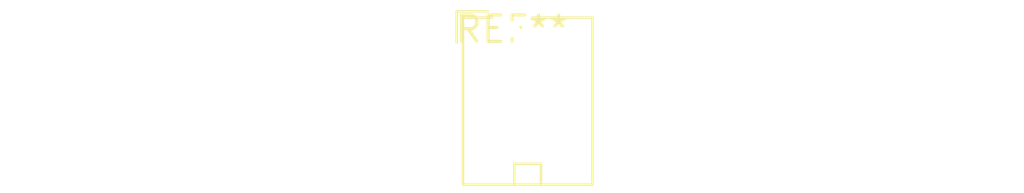
<source format=kicad_pcb>
(kicad_pcb (version 20240108) (generator pcbnew)
  (layers (0 "F.Cu" signal) (31 "B.Cu" signal) (34 "B.Paste" user) (35 "F.Paste" user) (36 "B.SilkS" user "B.Silkscreen") (37 "F.SilkS" user "F.Silkscreen") (38 "B.Mask" user) (39 "F.Mask" user) (44 "Edge.Cuts" user))
  (net 0 "")
  (footprint "JST_ZE_S02B-ZESK-2D_1x02_P1.50mm_Horizontal" (layer "F.Cu") (at 0 0)
    (property "Reference" "REF**")
    (property "Value" "JST_ZE_S02B-ZESK-2D_1x02_P1.50mm_Horizontal")
    (fp_line (start -2.66 -0.86) (end -1.16 -0.86) (layer "F.SilkS") (stroke (width 0.12)))
    (fp_line (start -2.66 0.64) (end -2.66 -0.86) (layer "F.SilkS") (stroke (width 0.12)))
    (fp_line (start -2.36 -0.56) (end -2.36 7.46) (layer "F.SilkS") (stroke (width 0.12)))
    (fp_line (start -2.36 7.46) (end 3.86 7.46) (layer "F.SilkS") (stroke (width 0.12)))
    (fp_line (start -0.96 -0.56) (end -2.36 -0.56) (layer "F.SilkS") (stroke (width 0.12)))
    (fp_line (start 0.11 6.46) (end 1.39 6.46) (layer "F.SilkS") (stroke (width 0.12)))
    (fp_line (start 0.11 7.46) (end 0.11 6.46) (layer "F.SilkS") (stroke (width 0.12)))
    (fp_line (start 1.39 6.46) (end 1.39 7.46) (layer "F.SilkS") (stroke (width 0.12)))
    (fp_line (start 3.86 -0.56) (end 0.96 -0.56) (layer "F.SilkS") (stroke (width 0.12)))
    (fp_line (start 3.86 7.46) (end 3.86 -0.56) (layer "F.SilkS") (stroke (width 0.12)))
    (pad "" np_thru_hole circle (at -1.55 1.85) (size 1.15 1.15) (drill 1.15) (layers *.Cu *.Mask))
    (pad "" np_thru_hole circle (at 3.05 1.85) (size 1.15 1.15) (drill 1.15) (layers *.Cu *.Mask))
    (pad "1" thru_hole roundrect (at 0 0) (size 1.4 1.75) (drill 0.75) (layers *.Cu *.Mask) (remove_unused_layers) (roundrect_rratio 0.178571))
    (pad "2" thru_hole oval (at 1.5 3.7) (size 1.4 1.75) (drill 0.75) (layers *.Cu *.Mask) (remove_unused_layers))
  )
)
</source>
